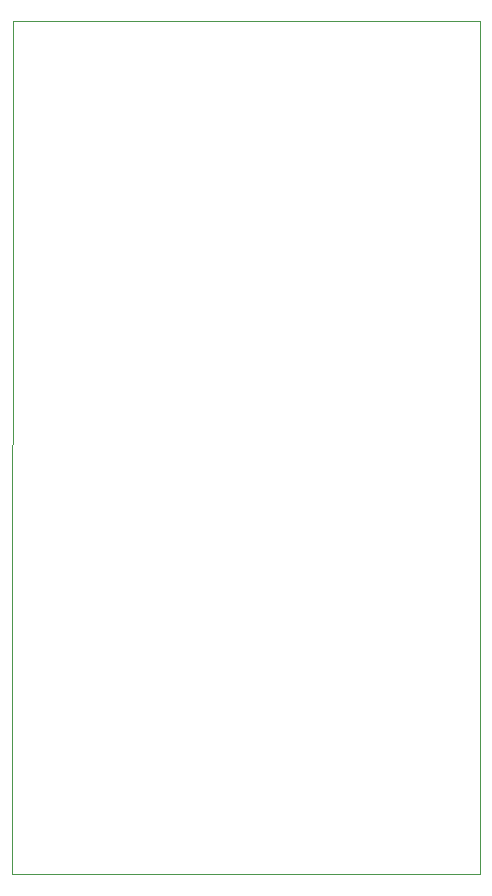
<source format=gbr>
%TF.GenerationSoftware,Altium Limited,Altium Designer,20.1.14 (287)*%
G04 Layer_Color=0*
%FSLAX26Y26*%
%MOIN*%
%TF.SameCoordinates,6A0BC998-17C7-4340-AACC-798D36D37454*%
%TF.FilePolarity,Positive*%
%TF.FileFunction,Profile,NP*%
%TF.Part,Single*%
G01*
G75*
%TA.AperFunction,Profile*%
%ADD28C,0.001000*%
D28*
X945000Y4980000D02*
X2500000D01*
Y2135000D01*
X940000D01*
X945000Y4980000D01*
%TF.MD5,4317931b4351b92a3ec7577ccbc90b13*%
M02*

</source>
